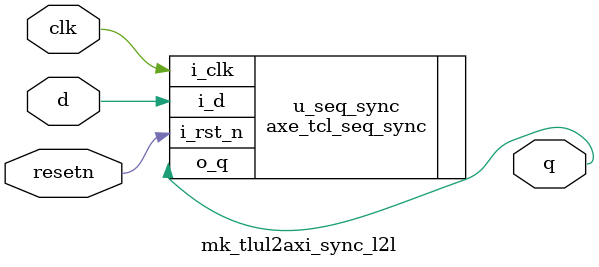
<source format=sv>

module mk_tlul2axi_sync_l2l (
  resetn,
  clk,
  d,
  q
);
  parameter SYNC_STAGE = 2;
  parameter RESET_VALUE = 1'b0;

  input resetn;
  input clk;
  input d;
  output q;

  axe_tcl_seq_sync #(
    .SyncStages(SYNC_STAGE),
    .ResetValue(RESET_VALUE)
  ) u_seq_sync (
    .i_clk(clk),
    .i_rst_n(resetn),
    .i_d(d),
    .o_q(q)
  );

endmodule

</source>
